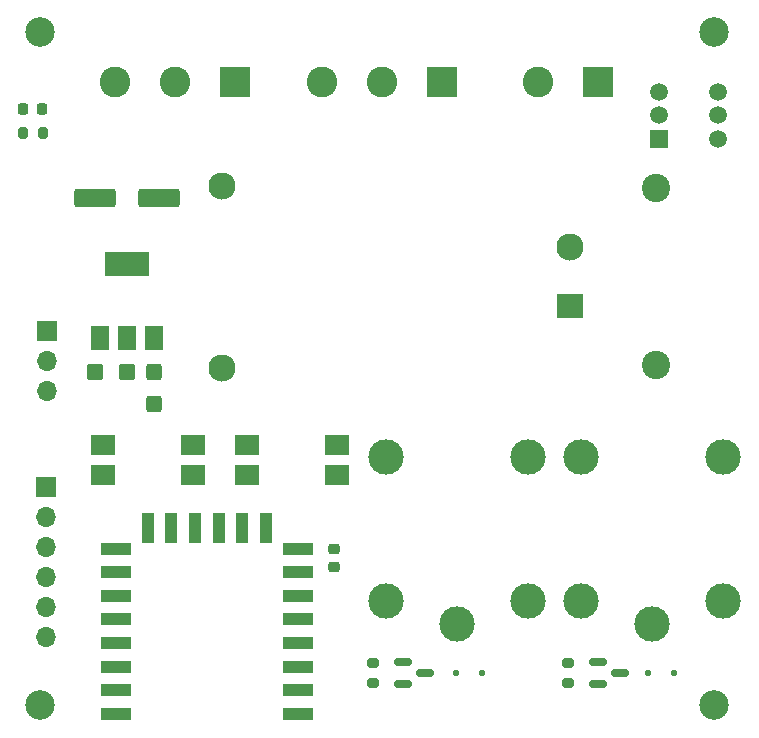
<source format=gts>
G04 #@! TF.GenerationSoftware,KiCad,Pcbnew,7.0.8*
G04 #@! TF.CreationDate,2024-05-09T20:38:46-03:00*
G04 #@! TF.ProjectId,lamp_module_x2,6c616d70-5f6d-46f6-9475-6c655f78322e,1.1*
G04 #@! TF.SameCoordinates,Original*
G04 #@! TF.FileFunction,Soldermask,Top*
G04 #@! TF.FilePolarity,Negative*
%FSLAX46Y46*%
G04 Gerber Fmt 4.6, Leading zero omitted, Abs format (unit mm)*
G04 Created by KiCad (PCBNEW 7.0.8) date 2024-05-09 20:38:46*
%MOMM*%
%LPD*%
G01*
G04 APERTURE LIST*
G04 Aperture macros list*
%AMRoundRect*
0 Rectangle with rounded corners*
0 $1 Rounding radius*
0 $2 $3 $4 $5 $6 $7 $8 $9 X,Y pos of 4 corners*
0 Add a 4 corners polygon primitive as box body*
4,1,4,$2,$3,$4,$5,$6,$7,$8,$9,$2,$3,0*
0 Add four circle primitives for the rounded corners*
1,1,$1+$1,$2,$3*
1,1,$1+$1,$4,$5*
1,1,$1+$1,$6,$7*
1,1,$1+$1,$8,$9*
0 Add four rect primitives between the rounded corners*
20,1,$1+$1,$2,$3,$4,$5,0*
20,1,$1+$1,$4,$5,$6,$7,0*
20,1,$1+$1,$6,$7,$8,$9,0*
20,1,$1+$1,$8,$9,$2,$3,0*%
G04 Aperture macros list end*
%ADD10RoundRect,0.125000X0.125000X0.125000X-0.125000X0.125000X-0.125000X-0.125000X0.125000X-0.125000X0*%
%ADD11R,2.000000X1.780000*%
%ADD12RoundRect,0.200000X-0.275000X0.200000X-0.275000X-0.200000X0.275000X-0.200000X0.275000X0.200000X0*%
%ADD13RoundRect,0.150000X-0.587500X-0.150000X0.587500X-0.150000X0.587500X0.150000X-0.587500X0.150000X0*%
%ADD14C,3.000000*%
%ADD15C,2.600000*%
%ADD16R,2.600000X2.600000*%
%ADD17RoundRect,0.225000X-0.250000X0.225000X-0.250000X-0.225000X0.250000X-0.225000X0.250000X0.225000X0*%
%ADD18C,2.500000*%
%ADD19O,1.700000X1.700000*%
%ADD20R,1.700000X1.700000*%
%ADD21RoundRect,0.218750X0.218750X0.256250X-0.218750X0.256250X-0.218750X-0.256250X0.218750X-0.256250X0*%
%ADD22R,1.500000X2.000000*%
%ADD23R,3.800000X2.000000*%
%ADD24RoundRect,0.250000X0.450000X0.425000X-0.450000X0.425000X-0.450000X-0.425000X0.450000X-0.425000X0*%
%ADD25R,1.100000X2.500000*%
%ADD26R,2.500000X1.100000*%
%ADD27C,2.400000*%
%ADD28R,2.300000X2.000000*%
%ADD29C,2.300000*%
%ADD30RoundRect,0.250000X-0.425000X0.450000X-0.425000X-0.450000X0.425000X-0.450000X0.425000X0.450000X0*%
%ADD31RoundRect,0.250000X1.500000X0.550000X-1.500000X0.550000X-1.500000X-0.550000X1.500000X-0.550000X0*%
%ADD32RoundRect,0.200000X-0.200000X-0.275000X0.200000X-0.275000X0.200000X0.275000X-0.200000X0.275000X0*%
%ADD33R,1.500000X1.500000*%
%ADD34C,1.500000*%
G04 APERTURE END LIST*
D10*
X170518000Y-108204000D03*
X168318000Y-108204000D03*
D11*
X122174000Y-88900000D03*
X122174000Y-91440000D03*
X129794000Y-91440000D03*
X129794000Y-88900000D03*
D12*
X161536000Y-109029000D03*
X161536000Y-107379000D03*
D13*
X165959000Y-108204000D03*
X164084000Y-109154000D03*
X164084000Y-107254000D03*
D14*
X168656000Y-104062001D03*
X162656000Y-89862001D03*
X174656000Y-89862001D03*
X174656000Y-102062001D03*
X162656000Y-102062001D03*
D15*
X123190000Y-58121300D03*
X128270000Y-58121300D03*
D16*
X133350000Y-58121300D03*
D17*
X141717001Y-99197846D03*
X141717001Y-97647846D03*
D13*
X149449000Y-108204000D03*
X147574000Y-109154000D03*
X147574000Y-107254000D03*
D18*
X116840000Y-53918154D03*
D10*
X152062000Y-108204000D03*
X154262000Y-108204000D03*
D19*
X117373000Y-84328000D03*
X117373000Y-81788000D03*
D20*
X117373000Y-79248000D03*
D18*
X173840000Y-110918153D03*
D21*
X115397500Y-60407300D03*
X116972500Y-60407300D03*
D14*
X152139000Y-104062000D03*
X146139000Y-89862000D03*
X158139000Y-89862000D03*
X158139000Y-102062000D03*
X146139000Y-102062000D03*
D15*
X140716000Y-58121300D03*
X145796000Y-58121300D03*
D16*
X150876000Y-58121300D03*
D19*
X117348000Y-105156000D03*
X117348000Y-102616000D03*
X117348000Y-100076000D03*
X117348000Y-97536000D03*
X117348000Y-94996000D03*
D20*
X117348000Y-92456000D03*
D16*
X164084000Y-58121300D03*
D15*
X159004000Y-58121300D03*
D22*
X121906000Y-79857999D03*
X124206000Y-79857999D03*
D23*
X124206000Y-73557999D03*
D22*
X126506000Y-79857999D03*
D12*
X145019000Y-109029000D03*
X145019000Y-107379000D03*
D24*
X124206000Y-82724000D03*
X121506000Y-82724000D03*
D25*
X125932000Y-95947846D03*
X127932000Y-95947846D03*
X129932000Y-95947846D03*
X131932000Y-95947846D03*
X133932000Y-95947846D03*
X135932000Y-95947846D03*
D26*
X123222000Y-111647846D03*
X123222000Y-109647846D03*
X123222000Y-107647846D03*
X123222000Y-105647846D03*
X123222000Y-103647846D03*
X123222000Y-101647846D03*
X123222000Y-99647846D03*
X123222000Y-97647846D03*
X138622000Y-97647846D03*
X138622000Y-99647846D03*
X138622000Y-101647846D03*
X138622000Y-103647846D03*
X138622000Y-105647846D03*
X138622000Y-107647846D03*
X138622000Y-109647846D03*
X138622000Y-111647846D03*
D27*
X168934000Y-82131300D03*
X168934000Y-67131300D03*
D11*
X141986000Y-88900000D03*
X141986000Y-91440000D03*
X134366000Y-91440000D03*
X134366000Y-88900000D03*
D28*
X161652500Y-77131300D03*
D29*
X161652500Y-72131300D03*
X132252500Y-82331300D03*
X132252500Y-66931300D03*
D30*
X126505999Y-82724000D03*
X126505999Y-85424000D03*
D18*
X116840000Y-110918154D03*
X173840000Y-53918100D03*
D31*
X126906000Y-67931300D03*
X121506000Y-67931300D03*
D32*
X117030000Y-62439300D03*
X115380000Y-62439300D03*
D33*
X169204000Y-62960000D03*
D34*
X169204000Y-60960000D03*
X169204000Y-58960000D03*
X174204000Y-62960000D03*
X174204000Y-60960000D03*
X174204000Y-58960000D03*
M02*

</source>
